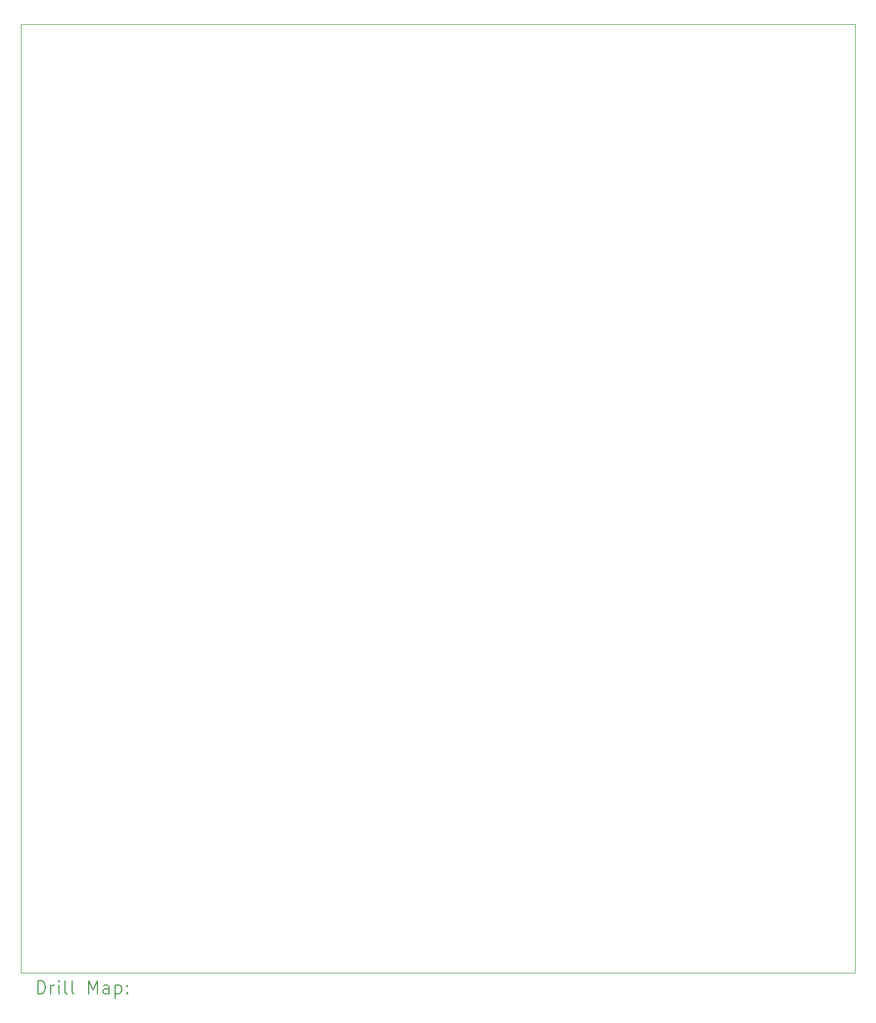
<source format=gbr>
%TF.GenerationSoftware,KiCad,Pcbnew,7.0.10*%
%TF.CreationDate,2024-03-06T16:20:38-05:00*%
%TF.ProjectId,477grp2_pcb,34373767-7270-4325-9f70-63622e6b6963,rev?*%
%TF.SameCoordinates,Original*%
%TF.FileFunction,Drillmap*%
%TF.FilePolarity,Positive*%
%FSLAX45Y45*%
G04 Gerber Fmt 4.5, Leading zero omitted, Abs format (unit mm)*
G04 Created by KiCad (PCBNEW 7.0.10) date 2024-03-06 16:20:38*
%MOMM*%
%LPD*%
G01*
G04 APERTURE LIST*
%ADD10C,0.100000*%
%ADD11C,0.200000*%
G04 APERTURE END LIST*
D10*
X2707456Y-3257588D02*
X15529963Y-3257588D01*
X15529963Y-17845112D01*
X2707456Y-17845112D01*
X2707456Y-3257588D01*
D11*
X2963233Y-18161596D02*
X2963233Y-17961596D01*
X2963233Y-17961596D02*
X3010852Y-17961596D01*
X3010852Y-17961596D02*
X3039423Y-17971120D01*
X3039423Y-17971120D02*
X3058471Y-17990167D01*
X3058471Y-17990167D02*
X3067995Y-18009215D01*
X3067995Y-18009215D02*
X3077519Y-18047310D01*
X3077519Y-18047310D02*
X3077519Y-18075882D01*
X3077519Y-18075882D02*
X3067995Y-18113977D01*
X3067995Y-18113977D02*
X3058471Y-18133024D01*
X3058471Y-18133024D02*
X3039423Y-18152072D01*
X3039423Y-18152072D02*
X3010852Y-18161596D01*
X3010852Y-18161596D02*
X2963233Y-18161596D01*
X3163233Y-18161596D02*
X3163233Y-18028263D01*
X3163233Y-18066358D02*
X3172757Y-18047310D01*
X3172757Y-18047310D02*
X3182281Y-18037786D01*
X3182281Y-18037786D02*
X3201328Y-18028263D01*
X3201328Y-18028263D02*
X3220376Y-18028263D01*
X3287042Y-18161596D02*
X3287042Y-18028263D01*
X3287042Y-17961596D02*
X3277519Y-17971120D01*
X3277519Y-17971120D02*
X3287042Y-17980644D01*
X3287042Y-17980644D02*
X3296566Y-17971120D01*
X3296566Y-17971120D02*
X3287042Y-17961596D01*
X3287042Y-17961596D02*
X3287042Y-17980644D01*
X3410852Y-18161596D02*
X3391804Y-18152072D01*
X3391804Y-18152072D02*
X3382281Y-18133024D01*
X3382281Y-18133024D02*
X3382281Y-17961596D01*
X3515614Y-18161596D02*
X3496566Y-18152072D01*
X3496566Y-18152072D02*
X3487042Y-18133024D01*
X3487042Y-18133024D02*
X3487042Y-17961596D01*
X3744185Y-18161596D02*
X3744185Y-17961596D01*
X3744185Y-17961596D02*
X3810852Y-18104453D01*
X3810852Y-18104453D02*
X3877519Y-17961596D01*
X3877519Y-17961596D02*
X3877519Y-18161596D01*
X4058471Y-18161596D02*
X4058471Y-18056834D01*
X4058471Y-18056834D02*
X4048947Y-18037786D01*
X4048947Y-18037786D02*
X4029900Y-18028263D01*
X4029900Y-18028263D02*
X3991804Y-18028263D01*
X3991804Y-18028263D02*
X3972757Y-18037786D01*
X4058471Y-18152072D02*
X4039423Y-18161596D01*
X4039423Y-18161596D02*
X3991804Y-18161596D01*
X3991804Y-18161596D02*
X3972757Y-18152072D01*
X3972757Y-18152072D02*
X3963233Y-18133024D01*
X3963233Y-18133024D02*
X3963233Y-18113977D01*
X3963233Y-18113977D02*
X3972757Y-18094929D01*
X3972757Y-18094929D02*
X3991804Y-18085405D01*
X3991804Y-18085405D02*
X4039423Y-18085405D01*
X4039423Y-18085405D02*
X4058471Y-18075882D01*
X4153709Y-18028263D02*
X4153709Y-18228263D01*
X4153709Y-18037786D02*
X4172757Y-18028263D01*
X4172757Y-18028263D02*
X4210852Y-18028263D01*
X4210852Y-18028263D02*
X4229900Y-18037786D01*
X4229900Y-18037786D02*
X4239424Y-18047310D01*
X4239424Y-18047310D02*
X4248947Y-18066358D01*
X4248947Y-18066358D02*
X4248947Y-18123501D01*
X4248947Y-18123501D02*
X4239424Y-18142548D01*
X4239424Y-18142548D02*
X4229900Y-18152072D01*
X4229900Y-18152072D02*
X4210852Y-18161596D01*
X4210852Y-18161596D02*
X4172757Y-18161596D01*
X4172757Y-18161596D02*
X4153709Y-18152072D01*
X4334662Y-18142548D02*
X4344185Y-18152072D01*
X4344185Y-18152072D02*
X4334662Y-18161596D01*
X4334662Y-18161596D02*
X4325138Y-18152072D01*
X4325138Y-18152072D02*
X4334662Y-18142548D01*
X4334662Y-18142548D02*
X4334662Y-18161596D01*
X4334662Y-18037786D02*
X4344185Y-18047310D01*
X4344185Y-18047310D02*
X4334662Y-18056834D01*
X4334662Y-18056834D02*
X4325138Y-18047310D01*
X4325138Y-18047310D02*
X4334662Y-18037786D01*
X4334662Y-18037786D02*
X4334662Y-18056834D01*
M02*

</source>
